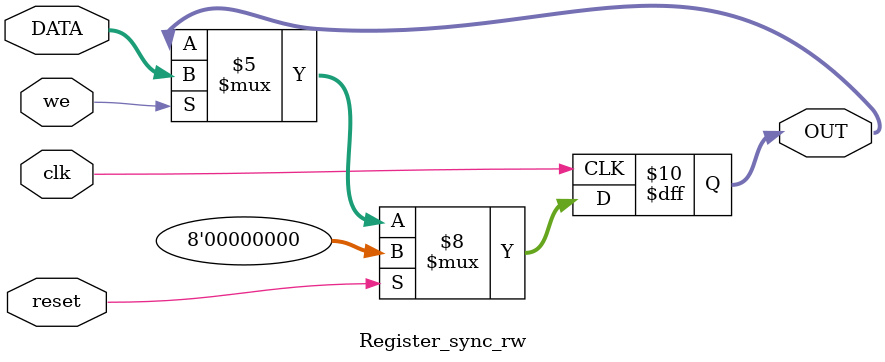
<source format=v>
module Register_sync_rw #(
     parameter WIDTH=8)
    (
	  input  clk, reset,we,
	  input	[WIDTH-1:0] DATA,
	  output reg [WIDTH-1:0] OUT
    );
	 initial begin
	 	OUT <= 0;
	 end
always@(posedge clk) begin // POSEDGE !!
	if (reset == 1'b1)
		OUT<={WIDTH{1'b0}};
	else if(we==1'b1)	
		OUT<=DATA;
end
	 
endmodule	 
</source>
